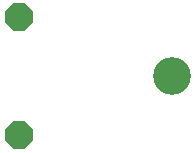
<source format=gbr>
%TF.GenerationSoftware,KiCad,Pcbnew,7.0.5*%
%TF.CreationDate,2024-02-24T17:46:26+01:00*%
%TF.ProjectId,ULHolder,554c486f-6c64-4657-922e-6b696361645f,rev?*%
%TF.SameCoordinates,Original*%
%TF.FileFunction,Soldermask,Bot*%
%TF.FilePolarity,Negative*%
%FSLAX46Y46*%
G04 Gerber Fmt 4.6, Leading zero omitted, Abs format (unit mm)*
G04 Created by KiCad (PCBNEW 7.0.5) date 2024-02-24 17:46:26*
%MOMM*%
%LPD*%
G01*
G04 APERTURE LIST*
G04 Aperture macros list*
%AMFreePoly0*
4,1,25,0.506863,1.161696,0.518986,1.151342,1.151342,0.518986,1.179849,0.463038,1.181100,0.447144,1.181100,-0.447144,1.161696,-0.506863,1.151342,-0.518986,0.518986,-1.151342,0.463038,-1.179849,0.447144,-1.181100,-0.447144,-1.181100,-0.506863,-1.161696,-0.518986,-1.151342,-1.151342,-0.518986,-1.179849,-0.463038,-1.181100,-0.447144,-1.181100,0.447144,-1.161696,0.506863,-1.151342,0.518986,
-0.518986,1.151342,-0.463038,1.179849,-0.447144,1.181100,0.447144,1.181100,0.506863,1.161696,0.506863,1.161696,$1*%
G04 Aperture macros list end*
%ADD10C,3.200000*%
%ADD11FreePoly0,0.000000*%
G04 APERTURE END LIST*
D10*
%TO.C,H1*%
X154022604Y-105003600D03*
%TD*%
D11*
%TO.C,LSP2*%
X141022604Y-110003600D03*
%TD*%
%TO.C,LSP1*%
X141022604Y-100003600D03*
%TD*%
M02*

</source>
